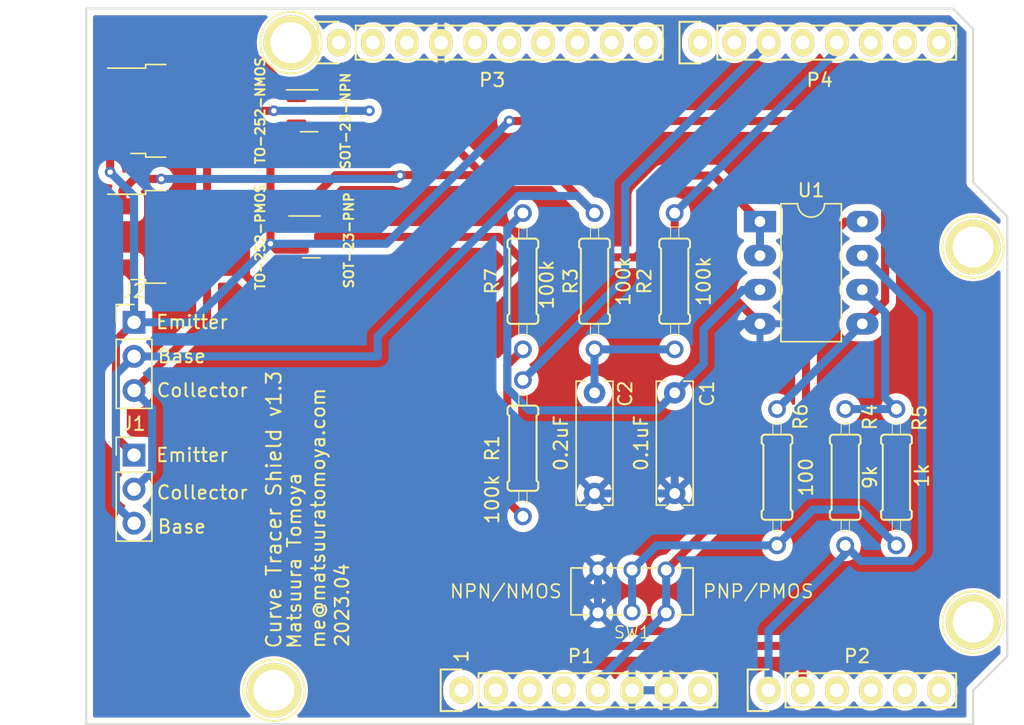
<source format=kicad_pcb>
(kicad_pcb (version 20211014) (generator pcbnew)
  (title_block (date "lun. 30 mars 2015"))
  (layers (0 "F.Cu" signal) (31 "B.Cu" signal) (34 "B.Paste" user) (35 "F.Paste" user) (36 "B.SilkS" user "B.Silkscreen") (37 "F.SilkS" user "F.Silkscreen") (38 "B.Mask" user) (39 "F.Mask" user) (44 "Edge.Cuts" user))
  (net 0 "")
  (net 1 "/IOREF")
  (net 2 "/Reset")
  (net 3 "+5V")
  (net 4 "GND")
  (net 5 "/Vin")
  (net 6 "/A0")
  (net 7 "/A2")
  (net 8 "/A3")
  (net 9 "/AREF")
  (net 10 "/A4(SDA)")
  (net 11 "/A5(SCL)")
  (net 12 "/9(**)")
  (net 13 "/8")
  (net 14 "/7")
  (net 15 "/6(**)")
  (net 16 "/5(**)")
  (net 17 "/4")
  (net 18 "/2")
  (net 19 "/1(Tx)")
  (net 20 "/0(Rx)")
  (net 21 "Net-(C1-Pad1)")
  (net 22 "Base")
  (net 23 "Collector")
  (net 24 "/13(SCK)")
  (net 25 "Emitter")
  (net 27 "+3V3")
  (net 28 "/12(MISO)")
  (net 29 "/11(**{slash}MOSI)")
  (net 30 "/10(**{slash}SS)")
  (net 35 "Net-(C2-Pad1)")
  (net 36 "Net-(R4-Pad1)")
  (net 37 "/3(**)")
  (net 38 "Bulk")
  (net 39 "Net-(R1-Pad1)")
  (footprint "Socket_Arduino_Uno:Socket_Strip_Arduino_1x08" (layer "F.Cu") (at 138.938 123.825)
    (fp_text reference "P1" (at 8.89 -2.54) (layer "F.SilkS"))
    (fp_text value "Power")
    (pad "1" thru_hole oval locked (at 0 0) (size 1.7272 2.032) (drill 1.016) (layers *.Cu *.Mask "F.SilkS"))
    (pad "2" thru_hole oval locked (at 2.54 0) (size 1.7272 2.032) (drill 1.016) (layers *.Cu *.Mask "F.SilkS") (net 1 "/IOREF"))
    (pad "3" thru_hole oval locked (at 5.08 0) (size 1.7272 2.032) (drill 1.016) (layers *.Cu *.Mask "F.SilkS") (net 2 "/Reset"))
    (pad "4" thru_hole oval locked (at 7.62 0) (size 1.7272 2.032) (drill 1.016) (layers *.Cu *.Mask "F.SilkS") (net 27 "+3V3"))
    (pad "5" thru_hole oval locked (at 10.16 0) (size 1.7272 2.032) (drill 1.016) (layers *.Cu *.Mask "F.SilkS") (net 3 "+5V"))
    (pad "6" thru_hole oval locked (at 12.7 0) (size 1.7272 2.032) (drill 1.016) (layers *.Cu *.Mask "F.SilkS") (net 4 "GND"))
    (pad "7" thru_hole oval locked (at 15.24 0) (size 1.7272 2.032) (drill 1.016) (layers *.Cu *.Mask "F.SilkS") (net 4 "GND"))
    (pad "8" thru_hole oval locked (at 17.78 0) (size 1.7272 2.032) (drill 1.016) (layers *.Cu *.Mask "F.SilkS") (net 5 "/Vin"))
  )
  (footprint "Socket_Arduino_Uno:Socket_Strip_Arduino_1x06" (layer "F.Cu") (at 161.798 123.825)
    (fp_text reference "P2" (at 6.604 -2.54) (layer "F.SilkS"))
    (fp_text value "Analog")
    (pad "1" thru_hole oval locked (at 0 0) (size 1.7272 2.032) (drill 1.016) (layers *.Cu *.Mask "F.SilkS") (net 6 "/A0"))
    (pad "2" thru_hole oval locked (at 2.54 0) (size 1.7272 2.032) (drill 1.016) (layers *.Cu *.Mask "F.SilkS") (net 23 "Collector"))
    (pad "3" thru_hole oval locked (at 5.08 0) (size 1.7272 2.032) (drill 1.016) (layers *.Cu *.Mask "F.SilkS") (net 7 "/A2"))
    (pad "4" thru_hole oval locked (at 7.62 0) (size 1.7272 2.032) (drill 1.016) (layers *.Cu *.Mask "F.SilkS") (net 8 "/A3"))
    (pad "5" thru_hole oval locked (at 10.16 0) (size 1.7272 2.032) (drill 1.016) (layers *.Cu *.Mask "F.SilkS") (net 10 "/A4(SDA)"))
    (pad "6" thru_hole oval locked (at 12.7 0) (size 1.7272 2.032) (drill 1.016) (layers *.Cu *.Mask "F.SilkS") (net 11 "/A5(SCL)"))
  )
  (footprint "Socket_Arduino_Uno:Socket_Strip_Arduino_1x10" (layer "F.Cu") (at 129.794 75.565)
    (fp_text reference "P3" (at 11.43 2.794) (layer "F.SilkS"))
    (fp_text value "Digital")
    (pad "1" thru_hole oval locked (at 0 0) (size 1.7272 2.032) (drill 1.016) (layers *.Cu *.Mask "F.SilkS") (net 11 "/A5(SCL)"))
    (pad "2" thru_hole oval locked (at 2.54 0) (size 1.7272 2.032) (drill 1.016) (layers *.Cu *.Mask "F.SilkS") (net 10 "/A4(SDA)"))
    (pad "3" thru_hole oval locked (at 5.08 0) (size 1.7272 2.032) (drill 1.016) (layers *.Cu *.Mask "F.SilkS") (net 9 "/AREF"))
    (pad "4" thru_hole oval locked (at 7.62 0) (size 1.7272 2.032) (drill 1.016) (layers *.Cu *.Mask "F.SilkS") (net 4 "GND"))
    (pad "5" thru_hole oval locked (at 10.16 0) (size 1.7272 2.032) (drill 1.016) (layers *.Cu *.Mask "F.SilkS") (net 24 "/13(SCK)"))
    (pad "6" thru_hole oval locked (at 12.7 0) (size 1.7272 2.032) (drill 1.016) (layers *.Cu *.Mask "F.SilkS") (net 28 "/12(MISO)"))
    (pad "7" thru_hole oval locked (at 15.24 0) (size 1.7272 2.032) (drill 1.016) (layers *.Cu *.Mask "F.SilkS") (net 29 "/11(**{slash}MOSI)"))
    (pad "8" thru_hole oval locked (at 17.78 0) (size 1.7272 2.032) (drill 1.016) (layers *.Cu *.Mask "F.SilkS") (net 30 "/10(**{slash}SS)"))
    (pad "9" thru_hole oval locked (at 20.32 0) (size 1.7272 2.032) (drill 1.016) (layers *.Cu *.Mask "F.SilkS") (net 12 "/9(**)"))
    (pad "10" thru_hole oval locked (at 22.86 0) (size 1.7272 2.032) (drill 1.016) (layers *.Cu *.Mask "F.SilkS") (net 13 "/8"))
  )
  (footprint "Socket_Arduino_Uno:Socket_Strip_Arduino_1x08" (layer "F.Cu") (at 156.718 75.565)
    (fp_text reference "P4" (at 8.89 2.794) (layer "F.SilkS"))
    (fp_text value "Digital")
    (pad "1" thru_hole oval locked (at 0 0) (size 1.7272 2.032) (drill 1.016) (layers *.Cu *.Mask "F.SilkS") (net 14 "/7"))
    (pad "2" thru_hole oval locked (at 2.54 0) (size 1.7272 2.032) (drill 1.016) (layers *.Cu *.Mask "F.SilkS") (net 15 "/6(**)"))
    (pad "3" thru_hole oval locked (at 5.08 0) (size 1.7272 2.032) (drill 1.016) (layers *.Cu *.Mask "F.SilkS") (net 16 "/5(**)"))
    (pad "4" thru_hole oval locked (at 7.62 0) (size 1.7272 2.032) (drill 1.016) (layers *.Cu *.Mask "F.SilkS") (net 17 "/4"))
    (pad "5" thru_hole oval locked (at 10.16 0) (size 1.7272 2.032) (drill 1.016) (layers *.Cu *.Mask "F.SilkS") (net 37 "/3(**)"))
    (pad "6" thru_hole oval locked (at 12.7 0) (size 1.7272 2.032) (drill 1.016) (layers *.Cu *.Mask "F.SilkS") (net 18 "/2"))
    (pad "7" thru_hole oval locked (at 15.24 0) (size 1.7272 2.032) (drill 1.016) (layers *.Cu *.Mask "F.SilkS") (net 19 "/1(Tx)"))
    (pad "8" thru_hole oval locked (at 17.78 0) (size 1.7272 2.032) (drill 1.016) (layers *.Cu *.Mask "F.SilkS") (net 20 "/0(Rx)"))
  )
  (footprint "Socket_Arduino_Uno:Arduino_1pin" (layer "F.Cu") (at 124.968 123.825)
    (fp_text reference "P5" hide)
    (fp_text value "CONN_01X01" hide)
    (pad "1" thru_hole circle locked (at 0 0) (size 4.064 4.064) (drill 3.048) (layers *.Cu *.Mask "F.SilkS"))
  )
  (footprint "Socket_Arduino_Uno:Arduino_1pin" (layer "F.Cu") (at 177.038 118.745)
    (fp_text reference "P6" hide)
    (fp_text value "CONN_01X01" hide)
    (pad "1" thru_hole circle locked (at 0 0) (size 4.064 4.064) (drill 3.048) (layers *.Cu *.Mask "F.SilkS"))
  )
  (footprint "Socket_Arduino_Uno:Arduino_1pin" (layer "F.Cu") (at 126.238 75.565)
    (fp_text reference "P7" hide)
    (fp_text value "CONN_01X01" hide)
    (pad "1" thru_hole circle locked (at 0 0) (size 4.064 4.064) (drill 3.048) (layers *.Cu *.Mask "F.SilkS"))
  )
  (footprint "Socket_Arduino_Uno:Arduino_1pin" (layer "F.Cu") (at 177.038 90.805)
    (fp_text reference "P8" hide)
    (fp_text value "CONN_01X01" hide)
    (pad "1" thru_hole circle locked (at 0 0) (size 4.064 4.064) (drill 3.048) (layers *.Cu *.Mask "F.SilkS"))
  )
  (footprint "OPL_Resistor:PR-D2.3XL6.5MM" (layer "F.Cu") (at 154.813 93.345 90)
    (fp_text reference "R2" (at 0 -2.25 90) (layer "F.SilkS"))
    (fp_text value "100k" (at 0 2.159 90) (layer "F.SilkS"))
    (pad "1" thru_hole circle locked (at -5.08 0 90) (size 1.3208 1.3208) (drill 0.8128) (layers *.Cu *.Mask) (net 35 "Net-(C2-Pad1)"))
    (pad "2" thru_hole circle locked (at 5.08 0 90) (size 1.3208 1.3208) (drill 0.8128) (layers *.Cu *.Mask) (net 37 "/3(**)"))
  )
  (footprint "OPL_Resistor:PR-D2.3XL6.5MM" (layer "F.Cu") (at 171.323 107.95 90)
    (fp_text reference "R5" (at 4.415827 1.730867 90) (layer "F.SilkS"))
    (fp_text value "1k" (at 0.127 1.905 90) (layer "F.SilkS"))
    (pad "1" thru_hole circle locked (at -5.08 0 90) (size 1.3208 1.3208) (drill 0.8128) (layers *.Cu *.Mask) (net 38 "Bulk"))
    (pad "2" thru_hole circle locked (at 5.08 0 90) (size 1.3208 1.3208) (drill 0.8128) (layers *.Cu *.Mask) (net 36 "Net-(R4-Pad1)"))
  )
  (footprint "Package_TO_SOT_SMD:SOT-23" (layer "F.Cu") (at 127.762 90.043)
    (fp_text reference "Q3")
    (fp_text value "SOT-23-PNP" (at 2.794 0.254 270) (layer "F.SilkS") (effects (font (size 0.7 0.7))))
    (pad "1" smd roundrect (at -0.9375 -0.95) (size 1.475 0.6) (layers "F.Cu" "F.Paste" "F.Mask") (net 22 "Base"))
    (pad "2" smd roundrect (at -0.9375 0.95) (size 1.475 0.6) (layers "F.Cu" "F.Paste" "F.Mask") (net 25 "Emitter"))
    (pad "3" smd roundrect (at 0.9375 0) (size 1.475 0.6) (layers "F.Cu" "F.Paste" "F.Mask") (net 23 "Collector"))
  )
  (footprint "Package_TO_SOT_SMD:SOT-23" (layer "F.Cu") (at 127.5865 80.645)
    (fp_text reference "Q4")
    (fp_text value "SOT-23-NPN" (at 2.7155 0.762 90) (layer "F.SilkS") (effects (font (size 0.7 0.7))))
    (pad "1" smd roundrect (at -0.9375 -0.95) (size 1.475 0.6) (layers "F.Cu" "F.Paste" "F.Mask") (net 22 "Base"))
    (pad "2" smd roundrect (at -0.9375 0.95) (size 1.475 0.6) (layers "F.Cu" "F.Paste" "F.Mask") (net 25 "Emitter"))
    (pad "3" smd roundrect (at 0.9375 0) (size 1.475 0.6) (layers "F.Cu" "F.Paste" "F.Mask") (net 23 "Collector"))
  )
  (footprint "Package_TO_SOT_SMD:TO-252-2" (layer "F.Cu") (at 117.891 90.042)
    (fp_text reference "Q1")
    (fp_text value "TO-252-PMOS" (at 6.061 0.001 90) (layer "F.SilkS") (effects (font (size 0.7 0.7))))
    (pad "1" smd rect (at -4.2 -2.28) (size 2.2 1.2) (layers "F.Cu" "F.Paste" "F.Mask") (net 22 "Base"))
    (pad "2" smd rect (at 2.1 0) (size 6.4 5.8) (layers "F.Cu" "F.Mask") (net 23 "Collector"))
    (pad "3" smd rect (at -4.2 2.28) (size 2.2 1.2) (layers "F.Cu" "F.Paste" "F.Mask") (net 25 "Emitter"))
  )
  (footprint "OPL_Resistor:PR-D2.3XL6.5MM" (layer "F.Cu") (at 143.51 105.791 90)
    (fp_text reference "R1" (at 0 -2.286 90) (layer "F.SilkS"))
    (fp_text value "100k" (at -3.81 -2.286 90) (layer "F.SilkS"))
    (pad "1" thru_hole circle locked (at -5.08 0 90) (size 1.3208 1.3208) (drill 0.8128) (layers *.Cu *.Mask) (net 39 "Net-(R1-Pad1)"))
    (pad "2" thru_hole circle locked (at 5.08 0 90) (size 1.3208 1.3208) (drill 0.8128) (layers *.Cu *.Mask) (net 16 "/5(**)"))
  )
  (footprint "Package_DIP:DIP-8_W7.62mm_LongPads" (layer "F.Cu") (at 161.163 88.9)
    (fp_text reference "U1" (at 3.81 -2.33) (layer "F.SilkS"))
    (fp_text value "Opamp_Dual")
    (pad "1" thru_hole rect (at 0 0) (size 2.4 1.6) (drill 0.8) (layers *.Cu *.Mask) (net 23 "Collector"))
    (pad "2" thru_hole oval (at 0 2.54) (size 2.4 1.6) (drill 0.8) (layers *.Cu *.Mask) (net 23 "Collector"))
    (pad "3" thru_hole oval (at 0 5.08) (size 2.4 1.6) (drill 0.8) (layers *.Cu *.Mask) (net 21 "Net-(C1-Pad1)"))
    (pad "4" thru_hole oval (at 0 7.62) (size 2.4 1.6) (drill 0.8) (layers *.Cu *.Mask) (net 4 "GND"))
    (pad "5" thru_hole oval (at 7.62 7.62) (size 2.4 1.6) (drill 0.8) (layers *.Cu *.Mask) (net 25 "Emitter"))
    (pad "6" thru_hole oval (at 7.62 5.08) (size 2.4 1.6) (drill 0.8) (layers *.Cu *.Mask) (net 36 "Net-(R4-Pad1)"))
    (pad "7" thru_hole oval (at 7.62 2.54) (size 2.4 1.6) (drill 0.8) (layers *.Cu *.Mask) (net 6 "/A0"))
    (pad "8" thru_hole oval (at 7.62 0) (size 2.4 1.6) (drill 0.8) (layers *.Cu *.Mask) (net 3 "+5V"))
  )
  (footprint "Capacitor_THT:C_Rect_L9.0mm_W2.5mm_P7.50mm_MKT" (layer "F.Cu") (at 154.813 101.66 -90)
    (fp_text reference "C1" (at 0.067 -2.413 90) (layer "F.SilkS"))
    (fp_text value "0.1uF" (at 3.75 2.5 90) (layer "F.SilkS"))
    (pad "1" thru_hole circle (at 0 0 270) (size 1.6 1.6) (drill 0.8) (layers *.Cu *.Mask) (net 21 "Net-(C1-Pad1)"))
    (pad "2" thru_hole circle (at 7.5 0 270) (size 1.6 1.6) (drill 0.8) (layers *.Cu *.Mask) (net 4 "GND"))
  )
  (footprint "Package_TO_SOT_SMD:TO-252-2" (layer "F.Cu") (at 117.891 80.646)
    (fp_text reference "Q2")
    (fp_text value "TO-252-NMOS" (at 6.061 -0.001 270) (layer "F.SilkS") (effects (font (size 0.7 0.7))))
    (pad "1" smd rect (at -4.2 -2.28) (size 2.2 1.2) (layers "F.Cu" "F.Paste" "F.Mask") (net 22 "Base"))
    (pad "2" smd rect (at 2.1 0) (size 6.4 5.8) (layers "F.Cu" "F.Mask") (net 23 "Collector"))
    (pad "3" smd rect (at -4.2 2.28) (size 2.2 1.2) (layers "F.Cu" "F.Paste" "F.Mask") (net 25 "Emitter"))
  )
  (footprint "Connector_PinHeader_2.54mm:PinHeader_1x03_P2.54mm_Vertical" (layer "F.Cu") (at 114.554 106.299)
    (fp_text reference "J1" (at 0 -2.33) (layer "F.SilkS"))
    (fp_text value "Conn_01x03_Female")
    (pad "1" thru_hole rect (at 0 0) (size 1.7 1.7) (drill 1) (layers *.Cu *.Mask) (net 25 "Emitter"))
    (pad "2" thru_hole oval (at 0 2.54) (size 1.7 1.7) (drill 1) (layers *.Cu *.Mask) (net 23 "Collector"))
    (pad "3" thru_hole oval (at 0 5.08) (size 1.7 1.7) (drill 1) (layers *.Cu *.Mask) (net 22 "Base"))
  )
  (footprint "OPL_Resistor:PR-D2.3XL6.5MM" (layer "F.Cu") (at 167.513 107.95 -90)
    (fp_text reference "R4" (at -4.476911 -1.845284 90) (layer "F.SilkS"))
    (fp_text value "9k" (at 0 -1.845284 90) (layer "F.SilkS"))
    (pad "1" thru_hole circle locked (at -5.08 0 270) (size 1.3208 1.3208) (drill 0.8128) (layers *.Cu *.Mask) (net 36 "Net-(R4-Pad1)"))
    (pad "2" thru_hole circle locked (at 5.08 0 270) (size 1.3208 1.3208) (drill 0.8128) (layers *.Cu *.Mask) (net 6 "/A0"))
  )
  (footprint "OPL_Switch:SW6-2.54-9.0X3.5X3.2+2.0MM" (layer "F.Cu") (at 151.638 116.459 180)
    (fp_text reference "SW1" (at 0 -3.048) (layer "F.SilkS") (effects (font (size 0.889 0.889) (thickness 0.1016))))
    (fp_text value "DIP-TOGGLE-SWITCH-2CH-_2X3P-2.54_")
    (pad "CH1A" thru_hole circle locked (at -2.54 1.59766 180) (size 1.27 1.27) (drill 0.8128) (layers *.Cu *.Mask) (net 3 "+5V"))
    (pad "CH1B" thru_hole circle locked (at 2.54 1.59766 180) (size 1.27 1.27) (drill 0.8128) (layers *.Cu *.Mask) (net 4 "GND"))
    (pad "CH2A" thru_hole circle locked (at -2.54 -1.59766 180) (size 1.27 1.27) (drill 0.8128) (layers *.Cu *.Mask) (net 3 "+5V"))
    (pad "CH2B" thru_hole circle locked (at 2.54 -1.59766 180) (size 1.27 1.27) (drill 0.8128) (layers *.Cu *.Mask) (net 4 "GND"))
    (pad "COM1" thru_hole circle locked (at 0 1.59766 180) (size 1.27 1.27) (drill 0.8128) (layers *.Cu *.Mask) (net 38 "Bulk"))
    (pad "COM2" thru_hole circle locked (at 0 -1.524 180) (size 1.27 1.27) (drill 0.8128) (layers *.Cu *.Mask) (net 38 "Bulk"))
  )
  (footprint "OPL_Resistor:PR-D2.3XL6.5MM" (layer "F.Cu") (at 148.844 93.345 90)
    (fp_text reference "R3" (at 0 -1.778 90) (layer "F.SilkS"))
    (fp_text value "100k" (at 0 2.159 90) (layer "F.SilkS"))
    (pad "1" thru_hole circle locked (at -5.08 0 90) (size 1.3208 1.3208) (drill 0.8128) (layers *.Cu *.Mask) (net 35 "Net-(C2-Pad1)"))
    (pad "2" thru_hole circle locked (at 5.08 0 90) (size 1.3208 1.3208) (drill 0.8128) (layers *.Cu *.Mask) (net 22 "Base"))
  )
  (footprint "OPL_Resistor:PR-D2.3XL6.5MM" (layer "F.Cu") (at 143.51 93.345 -90)
    (fp_text reference "R7" (at 0 2.286 90) (layer "F.SilkS"))
    (fp_text value "100k" (at 0.254 -1.778 90) (layer "F.SilkS"))
    (pad "1" thru_hole circle locked (at -5.08 0 270) (size 1.3208 1.3208) (drill 0.8128) (layers *.Cu *.Mask) (net 21 "Net-(C1-Pad1)"))
    (pad "2" thru_hole circle locked (at 5.08 0 270) (size 1.3208 1.3208) (drill 0.8128) (layers *.Cu *.Mask) (net 39 "Net-(R1-Pad1)"))
  )
  (footprint "Capacitor_THT:C_Rect_L9.0mm_W2.5mm_P7.50mm_MKT" (layer "F.Cu") (at 148.844 101.66 -90)
    (fp_text reference "C2" (at 0.067 -2.286 90) (layer "F.SilkS"))
    (fp_text value "0.2uF" (at 3.75 2.5 90) (layer "F.SilkS"))
    (pad "1" thru_hole circle (at 0 0 270) (size 1.6 1.6) (drill 0.8) (layers *.Cu *.Mask) (net 35 "Net-(C2-Pad1)"))
    (pad "2" thru_hole circle (at 7.5 0 270) (size 1.6 1.6) (drill 0.8) (layers *.Cu *.Mask) (net 4 "GND"))
  )
  (footprint "Connector_PinHeader_2.54mm:PinHeader_1x03_P2.54mm_Vertical" (layer "F.Cu") (at 114.554 96.408)
    (fp_text reference "J2" (at 0 -2.33) (layer "F.SilkS"))
    (fp_text value "Conn_01x03_Female")
    (pad "1" thru_hole rect (at 0 0) (size 1.7 1.7) (drill 1) (layers *.Cu *.Mask) (net 25 "Emitter"))
    (pad "2" thru_hole oval (at 0 2.54) (size 1.7 1.7) (drill 1) (layers *.Cu *.Mask) (net 22 "Base"))
    (pad "3" thru_hole oval (at 0 5.08) (size 1.7 1.7) (drill 1) (layers *.Cu *.Mask) (net 23 "Collector"))
  )
  (footprint "OPL_Resistor:PR-D2.3XL6.5MM" (layer "F.Cu") (at 162.433 107.95 90)
    (fp_text reference "R6" (at 4.507453 1.752289 90) (layer "F.SilkS"))
    (fp_text value "100" (at 0 2.159 90) (layer "F.SilkS"))
    (pad "1" thru_hole circle locked (at -5.08 0 90) (size 1.3208 1.3208) (drill 0.8128) (layers *.Cu *.Mask) (net 38 "Bulk"))
    (pad "2" thru_hole circle locked (at 5.08 0 90) (size 1.3208 1.3208) (drill 0.8128) (layers *.Cu *.Mask) (net 25 "Emitter"))
  )
  (gr_line (start 179.578 88.519) (end 177.038 85.979) (layer "Edge.Cuts") (width 0.15))
  (gr_line (start 177.038 126.365) (end 177.038 123.825) (layer "Edge.Cuts") (width 0.15))
  (gr_line (start 177.038 74.549) (end 175.514 73.025) (layer "Edge.Cuts") (width 0.15))
  (gr_line (start 177.038 123.825) (end 179.578 121.285) (layer "Edge.Cuts") (width 0.15))
  (gr_line (start 110.998 73.025) (end 110.998 126.365) (layer "Edge.Cuts") (width 0.15))
  (gr_line (start 179.578 121.285) (end 179.578 88.519) (layer "Edge.Cuts") (width 0.15))
  (gr_line (start 110.998 126.365) (end 177.038 126.365) (layer "Edge.Cuts") (width 0.15))
  (gr_line (start 175.514 73.025) (end 110.998 73.025) (layer "Edge.Cuts") (width 0.15))
  (gr_line (start 177.038 85.979) (end 177.038 74.549) (layer "Edge.Cuts") (width 0.15))
  (gr_text "PNP/PMOS" (at 161.036 116.459) (layer "F.SilkS") (effects (font (size 1 1) (thickness 0.125))))
  (gr_text "Curve Tracer Shield v1.3" (at 124.968 110.363 90) (layer "F.SilkS") (effects (font (size 1.1 1.1))))
  (gr_text "Emitter" (at 118.872 106.299) (layer "F.SilkS") (effects (font (size 1 1))))
  (gr_text "Base" (at 118.11 111.633) (layer "F.SilkS") (effects (font (size 1 1))))
  (gr_text "Matsuura Tomoya" (at 126.492 114.173 90) (layer "F.SilkS") (effects (font (size 1 1))))
  (gr_text "NPN/NMOS\n" (at 142.24 116.459) (layer "F.SilkS") (effects (font (size 1 1) (thickness 0.125))))
  (gr_text "1" (at 138.938 121.285 90) (layer "F.SilkS") (effects (font (size 1 1))))
  (gr_text "Emitter" (at 118.872 96.393) (layer "F.SilkS") (effects (font (size 1 1))))
  (gr_text "Base" (at 118.11 98.933) (layer "F.SilkS") (effects (font (size 1 1))))
  (gr_text "me@matsuuratomoya.com " (at 128.27 110.617 90) (layer "F.SilkS") (effects (font (size 1 1))))
  (gr_text "Collector" (at 119.634 109.093) (layer "F.SilkS") (effects (font (size 1 1))))
  (gr_text "2023.04" (at 130.048 117.475 90) (layer "F.SilkS") (effects (font (size 1 1))))
  (gr_text "Collector" (at 119.634 101.473) (layer "F.SilkS") (effects (font (size 1 1))))
  (segment (start 154.178 114.86134) (end 164.592 104.44734) (width 0.6) (layer "F.Cu") (net 3))
  (segment (start 164.592 104.44734) (end 164.592 95.958202) (width 0.6) (layer "F.Cu") (net 3))
  (segment (start 164.592 95.958202) (end 165.38752 95.162682) (width 0.6) (layer "F.Cu") (net 3))
  (segment (start 167.503 88.91) (end 168.773 88.91) (width 0.6) (layer "F.Cu") (net 3))
  (segment (start 168.773 88.91) (end 168.783 88.9) (width 0.6) (layer "F.Cu") (net 3))
  (segment (start 165.38752 91.02548) (end 167.503 88.91) (width 0.6) (layer "F.Cu") (net 3))
  (segment (start 165.38752 95.162682) (end 165.38752 91.02548) (width 0.6) (layer "F.Cu") (net 3))
  (segment (start 154.178 114.86134) (end 154.178 118.05666) (width 0.6) (layer "B.Cu") (net 3))
  (segment (start 149.098 123.13666) (end 149.098 123.825) (width 0.6) (layer "B.Cu") (net 3))
  (segment (start 154.178 118.05666) (end 149.098 123.13666) (width 0.6) (layer "B.Cu") (net 3))
  (segment (start 154.813 88.265) (end 154.813 90.17) (width 0.6) (layer "F.Cu") (net 4))
  (segment (start 154.813 90.17) (end 161.163 96.52) (width 0.6) (layer "F.Cu") (net 4))
  (segment (start 154.178 123.825) (end 151.638 123.825) (width 0.6) (layer "B.Cu") (net 4))
  (segment (start 161.153 96.53) (end 161.163 96.52) (width 0.6) (layer "B.Cu") (net 4))
  (segment (start 159.883 96.53) (end 161.153 96.53) (width 0.6) (layer "B.Cu") (net 4))
  (segment (start 154.813 109.16) (end 154.813 104.648) (width 0.6) (layer "B.Cu") (net 4))
  (segment (start 149.098 118.05666) (end 149.098 114.86134) (width 0.6) (layer "B.Cu") (net 4))
  (segment (start 154.813 104.648) (end 158.95204 100.50896) (width 0.6) (layer "B.Cu") (net 4))
  (segment (start 149.733 114.22634) (end 149.098 114.86134) (width 0.6) (layer "B.Cu") (net 4))
  (segment (start 154.813 109.16) (end 149.733 109.16) (width 0.6) (layer "B.Cu") (net 4))
  (segment (start 158.95204 100.50896) (end 158.95204 97.46096) (width 0.6) (layer "B.Cu") (net 4))
  (segment (start 158.95204 97.46096) (end 159.883 96.53) (width 0.6) (layer "B.Cu") (net 4))
  (segment (start 161.798 123.825) (end 161.798 119.38) (width 0.6) (layer "B.Cu") (net 6))
  (segment (start 167.513 113.665) (end 167.513 113.03) (width 0.6) (layer "B.Cu") (net 6))
  (segment (start 168.672911 114.189911) (end 172.438452 114.189911) (width 0.6) (layer "B.Cu") (net 6))
  (segment (start 167.513 113.03) (end 168.672911 114.189911) (width 0.6) (layer "B.Cu") (net 6))
  (segment (start 173.228 95.885) (end 168.783 91.44) (width 0.6) (layer "B.Cu") (net 6))
  (segment (start 161.798 119.38) (end 167.513 113.665) (width 0.6) (layer "B.Cu") (net 6))
  (segment (start 173.228 113.400363) (end 173.228 95.885) (width 0.6) (layer "B.Cu") (net 6))
  (segment (start 172.438452 114.189911) (end 173.228 113.400363) (width 0.6) (layer "B.Cu") (net 6))
  (segment (start 151.13 93.091) (end 143.51 100.711) (width 0.6) (layer "B.Cu") (net 16))
  (segment (start 151.13 86.233) (end 151.13 93.091) (width 0.6) (layer "B.Cu") (net 16))
  (segment (start 161.798 75.565) (end 151.13 86.233) (width 0.6) (layer "B.Cu") (net 16))
  (segment (start 156.972 96.901) (end 159.883 93.99) (width 0.6) (layer "B.Cu") (net 21))
  (segment (start 143.980511 102.959511) (end 153.513489 102.959511) (width 0.6) (layer "B.Cu") (net 21))
  (segment (start 161.153 93.99) (end 161.163 93.98) (width 0.6) (layer "B.Cu") (net 21))
  (segment (start 159.883 93.99) (end 161.153 93.99) (width 0.6) (layer "B.Cu") (net 21))
  (segment (start 142.350089 89.424911) (end 142.350089 101.329089) (width 0.6) (layer "B.Cu") (net 21))
  (segment (start 142.350089 101.329089) (end 143.980511 102.959511) (width 0.6) (layer "B.Cu") (net 21))
  (segment (start 154.813 101.66) (end 156.972 99.501) (width 0.6) (layer "B.Cu") (net 21))
  (segment (start 143.51 88.265) (end 142.350089 89.424911) (width 0.6) (layer "B.Cu") (net 21))
  (segment (start 156.972 99.501) (end 156.972 96.901) (width 0.6) (layer "B.Cu") (net 21))
  (segment (start 153.513489 102.959511) (end 154.813 101.66) (width 0.6) (layer "B.Cu") (net 21))
  (segment (start 133.477 78.359) (end 140.55602 85.43802) (width 0.6) (layer "F.Cu") (net 22))
  (segment (start 114.554 85.725) (end 116.586 85.725) (width 0.6) (layer "F.Cu") (net 22))
  (segment (start 122.519 75.565) (end 114.554 75.565) (width 0.6) (layer "F.Cu") (net 22))
  (segment (start 129.76102 85.43802) (end 140.55602 85.43802) (width 0.6) (layer "F.Cu") (net 22))
  (segment (start 114.554 75.565) (end 113.691 76.428) (width 0.6) (layer "F.Cu") (net 22))
  (segment (start 126.649 79.695) (end 127.985 78.359) (width 0.6) (layer "F.Cu") (net 22))
  (segment (start 127.985 78.359) (end 133.477 78.359) (width 0.6) (layer "F.Cu") (net 22))
  (segment (start 146.01702 85.43802) (end 140.55602 85.43802) (width 0.6) (layer "F.Cu") (net 22))
  (segment (start 126.8245 89.093) (end 126.8245 88.1865) (width 0.6) (layer "F.Cu") (net 22))
  (segment (start 126.8245 88.1865) (end 129.57298 85.43802) (width 0.6) (layer "F.Cu") (net 22))
  (segment (start 113.691 86.588) (end 114.554 85.725) (width 0.6) (layer "F.Cu") (net 22))
  (segment (start 113.691 87.762) (end 113.691 86.588) (width 0.6) (layer "F.Cu") (net 22))
  (segment (start 126.649 79.695) (end 122.519 75.565) (width 0.6) (layer "F.Cu") (net 22))
  (segment (start 113.691 76.428) (end 113.691 78.366) (width 0.6) (layer "F.Cu") (net 22))
  (segment (start 148.844 88.265) (end 146.01702 85.43802) (width 0.6) (layer "F.Cu") (net 22))
  (via (at 116.586 85.725) (size 0.8) (drill 0.4) (layers "F.Cu" "B.Cu") (net 22))
  (via (at 134.366 85.471) (size 0.8) (drill 0.4) (layers "F.Cu" "B.Cu") (net 22))
  (segment (start 143.139637 86.995) (end 147.574 86.995) (width 0.6) (layer "B.Cu") (net 22))
  (segment (start 132.7 98.948) (end 132.7 97.434637) (width 0.6) (layer "B.Cu") (net 22))
  (segment (start 114.554 98.948) (end 132.7 98.948) (width 0.6) (layer "B.Cu") (net 22))
  (segment (start 134.112 85.725) (end 116.586 85.725) (width 0.6) (layer "B.Cu") (net 22))
  (segment (start 114.554 98.948) (end 113.204489 100.297511) (width 0.6) (layer "B.Cu") (net 22))
  (segment (start 132.7 97.434637) (end 143.139637 86.995) (width 0.6) (layer "B.Cu") (net 22))
  (segment (start 113.204489 100.297511) (end 113.204489 110.029489) (width 0.6) (layer "B.Cu") (net 22))
  (segment (start 113.204489 110.029489) (end 114.554 111.379) (width 0.6) (layer "B.Cu") (net 22))
  (segment (start 134.366 85.471) (end 134.112 85.725) (width 0.6) (layer "B.Cu") (net 22))
  (segment (start 147.574 86.995) (end 148.844 88.265) (width 0.6) (layer "B.Cu") (net 22))
  (segment (start 124.968 80.645) (end 124.967 80.646) (width 0.6) (layer "F.Cu") (net 23))
  (segment (start 153.924 85.471) (end 157.734 85.471) (width 0.6) (layer "F.Cu") (net 23))
  (segment (start 114.554 101.488) (end 119.991 96.051) (width 0.6) (layer "F.Cu") (net 23))
  (segment (start 152.4 91.059) (end 152.4 86.995) (width 0.6) (layer "F.Cu") (net 23))
  (segment (start 128.524 80.645) (end 132.08 80.645) (width 0.6) (layer "F.Cu") (net 23))
  (segment (start 124.967 80.646) (end 119.991 80.646) (width 0.6) (layer "F.Cu") (net 23))
  (segment (start 163.068 120.523) (end 149.352 120.523) (width 0.6) (layer "F.Cu") (net 23))
  (segment (start 124.056 94.107) (end 132.334 94.107) (width 0.6) (layer "F.Cu") (net 23))
  (segment (start 140.716 94.615) (end 143.51 91.821) (width 0.6) (layer "F.Cu") (net 23))
  (segment (start 119.991 90.042) (end 124.056 94.107) (width 0.6) (layer "F.Cu") (net 23))
  (segment (start 140.716 111.887) (end 140.716 94.615) (width 0.6) (layer "F.Cu") (net 23))
  (segment (start 119.991 96.051) (end 119.991 90.042) (width 0.6) (layer "F.Cu") (net 23))
  (segment (start 164.338 123.825) (end 164.338 121.793) (width 0.6) (layer "F.Cu") (net 23))
  (segment (start 149.352 120.523) (end 140.716 111.887) (width 0.6) (layer "F.Cu") (net 23))
  (segment (start 143.764 91.567) (end 151.892 91.567) (width 0.6) (layer "F.Cu") (net 23))
  (segment (start 119.991 80.646) (end 119.991 90.042) (width 0.6) (layer "F.Cu") (net 23))
  (segment (start 141.732 90.043) (end 143.51 91.821) (width 0.6) (layer "F.Cu") (net 23))
  (segment (start 143.51 91.821) (end 143.764 91.567) (width 0.6) (layer "F.Cu") (net 23))
  (segment (start 152.4 86.995) (end 153.924 85.471) (width 0.6) (layer "F.Cu") (net 23))
  (segment (start 128.6995 90.043) (end 136.398 90.043) (width 0.6) (layer "F.Cu") (net 23))
  (segment (start 151.892 91.567) (end 152.4 91.059) (width 0.6) (layer "F.Cu") (net 23))
  (segment (start 164.338 121.793) (end 163.068 120.523) (width 0.6) (layer "F.Cu") (net 23))
  (segment (start 132.334 94.107) (end 136.398 90.043) (width 0.6) (layer "F.Cu") (net 23))
  (segment (start 136.398 90.043) (end 141.732 90.043) (width 0.6) (layer "F.Cu") (net 23))
  (segment (start 157.734 85.471) (end 161.163 88.9) (width 0.6) (layer "F.Cu") (net 23))
  (via (at 132.08 80.645) (size 0.8) (drill 0.4) (layers "F.Cu" "B.Cu") (net 23))
  (via (at 124.968 80.645) (size 0.8) (drill 0.4) (layers "F.Cu" "B.Cu") (net 23))
  (segment (start 115.903511 102.837511) (end 115.903511 107.489489) (width 0.6) (layer "B.Cu") (net 23))
  (segment (start 114.554 101.488) (end 115.903511 102.837511) (width 0.6) (layer "B.Cu") (net 23))
  (segment (start 115.903511 107.489489) (end 114.554 108.839) (width 0.6) (layer "B.Cu") (net 23))
  (segment (start 132.08 80.645) (end 124.968 80.645) (width 0.6) (layer "B.Cu") (net 23))
  (segment (start 161.163 88.9) (end 161.163 91.44) (width 0.6) (layer "B.Cu") (net 23))
  (segment (start 112.776 85.217) (end 112.776 83.841) (width 0.6) (layer "F.Cu") (net 25))
  (segment (start 114.554 96.408) (end 114.554 93.185) (width 0.6) (layer "F.Cu") (net 25))
  (segment (start 170.48252 94.82048) (end 170.48252 87.55152) (width 0.6) (layer "F.Cu") (net 25))
  (segment (start 112.776 83.841) (end 113.691 82.926) (width 0.6) (layer "F.Cu") (net 25))
  (segment (start 114.554 106.299) (end 113.204489 104.949489) (width 0.6) (layer "F.Cu") (net 25))
  (segment (start 114.554 93.185) (end 113.691 92.322) (width 0.6) (layer "F.Cu") (net 25))
  (segment (start 164.338 81.407) (end 142.494 81.407) (width 0.6) (layer "F.Cu") (net 25))
  (segment (start 125.156 90.993) (end 124.714 90.551) (width 0.6) (layer "F.Cu") (net 25))
  (segment (start 126.8245 90.993) (end 125.156 90.993) (width 0.6) (layer "F.Cu") (net 25))
  (segment (start 170.48252 87.55152) (end 164.338 81.407) (width 0.6) (layer "F.Cu") (net 25))
  (segment (start 113.204489 97.757511) (end 114.554 96.408) (width 0.6) (layer "F.Cu") (net 25))
  (segment (start 113.204489 104.949489) (end 113.204489 97.757511) (width 0.6) (layer "F.Cu") (net 25))
  (segment (start 124.714 90.551) (end 124.714 83.53) (width 0.6) (layer "F.Cu") (net 25))
  (segment (start 124.714 83.53) (end 126.649 81.595) (width 0.6) (layer "F.Cu") (net 25))
  (segment (start 168.783 96.52) (end 170.48252 94.82048) (width 0.6) (layer "F.Cu") (net 25))
  (via (at 142.494 81.407) (size 0.8) (drill 0.4) (layers "F.Cu" "B.Cu") (net 25))
  (via (at 124.714 90.551) (size 0.8) (drill 0.4) (layers "F.Cu" "B.Cu") (net 25))
  (via (at 112.776 85.217) (size 0.8) (drill 0.4) (layers "F.Cu" "B.Cu") (net 25))
  (segment (start 142.494 81.407) (end 133.35 90.551) (width 0.6) (layer "B.Cu") (net 25))
  (segment (start 168.783 96.52) (end 162.433 102.87) (width 0.6) (layer "B.Cu") (net 25))
  (segment (start 114.554 96.408) (end 114.554 86.995) (width 0.6) (layer "B.Cu") (net 25))
  (segment (start 118.857 96.408) (end 114.554 96.408) (width 0.6) (layer "B.Cu") (net 25))
  (segment (start 124.714 90.551) (end 118.857 96.408) (width 0.6) (layer "B.Cu") (net 25))
  (segment (start 133.35 90.551) (end 124.714 90.551) (width 0.6) (layer "B.Cu") (net 25))
  (segment (start 114.554 86.995) (end 112.776 85.217) (width 0.6) (layer "B.Cu") (net 25))
  (segment (start 148.844 101.66) (end 148.844 98.425) (width 0.6) (layer "B.Cu") (net 35))
  (segment (start 154.813 98.425) (end 148.844 98.425) (width 0.6) (layer "B.Cu") (net 35))
  (segment (start 167.513 102.87) (end 171.323 102.87) (width 0.6) (layer "B.Cu") (net 36))
  (segment (start 170.48252 102.02952) (end 171.323 102.87) (width 0.6) (layer "B.Cu") (net 36))
  (segment (start 168.783 93.98) (end 170.48252 95.67952) (width 0.6) (layer "B.Cu") (net 36))
  (segment (start 170.48252 95.67952) (end 170.48252 102.02952) (width 0.6) (layer "B.Cu") (net 36))
  (segment (start 166.878 75.565) (end 166.878 76.2) (width 0.6) (layer "B.Cu") (net 37))
  (segment (start 166.878 76.2) (end 154.813 88.265) (width 0.6) (layer "B.Cu") (net 37))
  (segment (start 153.46934 113.03) (end 151.638 114.86134) (width 0.6) (layer "B.Cu") (net 38))
  (segment (start 162.433 113.03) (end 153.46934 113.03) (width 0.6) (layer "B.Cu") (net 38))
  (segment (start 151.638 117.983) (end 151.638 114.86134) (width 0.6) (layer "B.Cu") (net 38))
  (segment (start 171.323 113.03) (end 168.656 110.363) (width 0.6) (layer "B.Cu") (net 38))
  (segment (start 168.656 110.363) (end 165.1 110.363) (width 0.6) (layer "B.Cu") (net 38))
  (segment (start 165.1 110.363) (end 162.433 113.03) (width 0.6) (layer "B.Cu") (net 38))
  (segment (start 142.350089 99.584911) (end 142.350089 109.711089) (width 0.6) (layer "F.Cu") (net 39))
  (segment (start 142.350089 109.711089) (end 143.51 110.871) (width 0.6) (layer "F.Cu") (net 39))
  (segment (start 143.51 98.425) (end 142.350089 99.584911) (width 0.6) (layer "F.Cu") (net 39))
  (zone (net 4) (net_name "GND") (layer "F.Cu") (connect_pads (clearance 0.508)) (min_thickness 0.254) (fill yes (thermal_gap 0.508) (thermal_bridge_width 0.508))
    (polygon (pts (xy 180.848 126.365) (xy 110.363 126.365) (xy 110.998 72.39) (xy 180.848 72.39)))
  )
  (zone (net 4) (net_name "GND") (layer "B.Cu") (connect_pads (clearance 0.508)) (min_thickness 0.254) (fill yes (thermal_gap 0.508) (thermal_bridge_width 0.508))
    (polygon (pts (xy 180.848 126.365) (xy 110.998 126.365) (xy 110.998 73.025) (xy 180.848 72.39)))
  )
)
</source>
